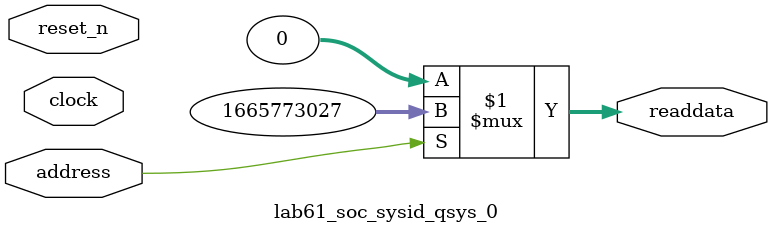
<source format=v>



// synthesis translate_off
`timescale 1ns / 1ps
// synthesis translate_on

// turn off superfluous verilog processor warnings 
// altera message_level Level1 
// altera message_off 10034 10035 10036 10037 10230 10240 10030 

module lab61_soc_sysid_qsys_0 (
               // inputs:
                address,
                clock,
                reset_n,

               // outputs:
                readdata
             )
;

  output  [ 31: 0] readdata;
  input            address;
  input            clock;
  input            reset_n;

  wire    [ 31: 0] readdata;
  //control_slave, which is an e_avalon_slave
  assign readdata = address ? 1665773027 : 0;

endmodule



</source>
